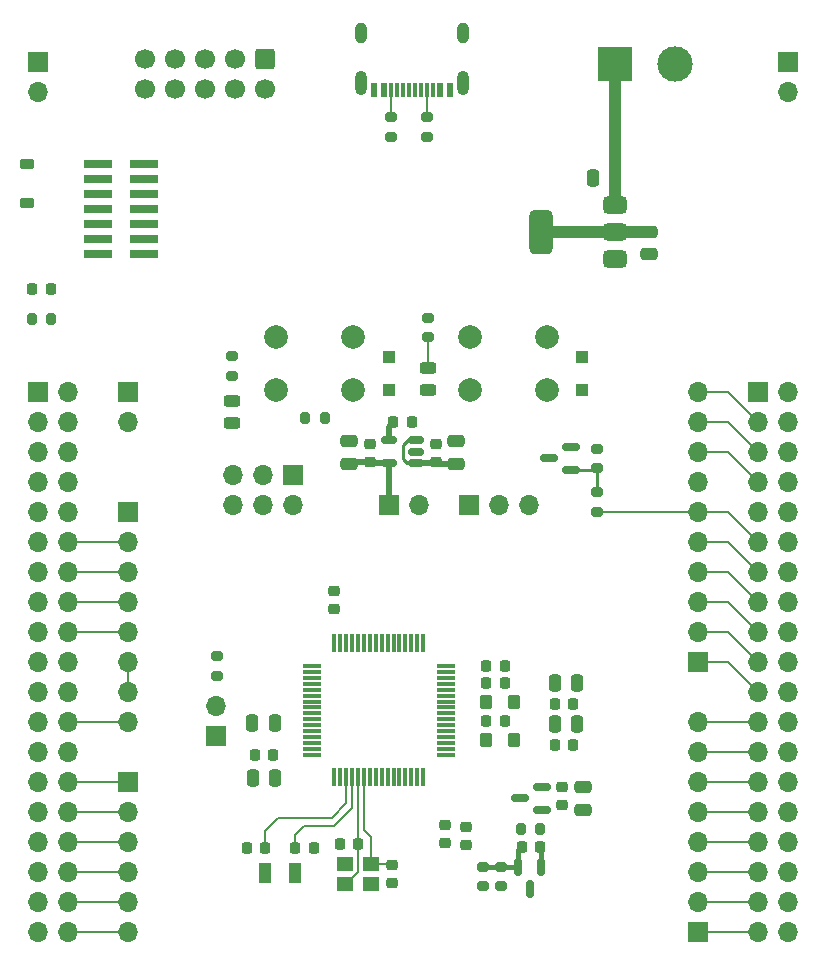
<source format=gbr>
%TF.GenerationSoftware,KiCad,Pcbnew,8.0.4*%
%TF.CreationDate,2024-12-11T23:07:31+07:00*%
%TF.ProjectId,G474-dev-board,47343734-2d64-4657-962d-626f6172642e,rev?*%
%TF.SameCoordinates,Original*%
%TF.FileFunction,Copper,L1,Top*%
%TF.FilePolarity,Positive*%
%FSLAX46Y46*%
G04 Gerber Fmt 4.6, Leading zero omitted, Abs format (unit mm)*
G04 Created by KiCad (PCBNEW 8.0.4) date 2024-12-11 23:07:31*
%MOMM*%
%LPD*%
G01*
G04 APERTURE LIST*
G04 Aperture macros list*
%AMRoundRect*
0 Rectangle with rounded corners*
0 $1 Rounding radius*
0 $2 $3 $4 $5 $6 $7 $8 $9 X,Y pos of 4 corners*
0 Add a 4 corners polygon primitive as box body*
4,1,4,$2,$3,$4,$5,$6,$7,$8,$9,$2,$3,0*
0 Add four circle primitives for the rounded corners*
1,1,$1+$1,$2,$3*
1,1,$1+$1,$4,$5*
1,1,$1+$1,$6,$7*
1,1,$1+$1,$8,$9*
0 Add four rect primitives between the rounded corners*
20,1,$1+$1,$2,$3,$4,$5,0*
20,1,$1+$1,$4,$5,$6,$7,0*
20,1,$1+$1,$6,$7,$8,$9,0*
20,1,$1+$1,$8,$9,$2,$3,0*%
G04 Aperture macros list end*
%TA.AperFunction,SMDPad,CuDef*%
%ADD10RoundRect,0.250000X0.300000X-0.300000X0.300000X0.300000X-0.300000X0.300000X-0.300000X-0.300000X0*%
%TD*%
%TA.AperFunction,ComponentPad*%
%ADD11C,1.700000*%
%TD*%
%TA.AperFunction,ComponentPad*%
%ADD12RoundRect,0.250000X-0.600000X0.600000X-0.600000X-0.600000X0.600000X-0.600000X0.600000X0.600000X0*%
%TD*%
%TA.AperFunction,SMDPad,CuDef*%
%ADD13RoundRect,0.225000X0.375000X-0.225000X0.375000X0.225000X-0.375000X0.225000X-0.375000X-0.225000X0*%
%TD*%
%TA.AperFunction,SMDPad,CuDef*%
%ADD14R,1.000000X1.800000*%
%TD*%
%TA.AperFunction,SMDPad,CuDef*%
%ADD15R,1.400000X1.200000*%
%TD*%
%TA.AperFunction,SMDPad,CuDef*%
%ADD16RoundRect,0.075000X0.075000X-0.700000X0.075000X0.700000X-0.075000X0.700000X-0.075000X-0.700000X0*%
%TD*%
%TA.AperFunction,SMDPad,CuDef*%
%ADD17RoundRect,0.075000X0.700000X-0.075000X0.700000X0.075000X-0.700000X0.075000X-0.700000X-0.075000X0*%
%TD*%
%TA.AperFunction,ComponentPad*%
%ADD18C,2.000000*%
%TD*%
%TA.AperFunction,SMDPad,CuDef*%
%ADD19RoundRect,0.200000X0.200000X0.275000X-0.200000X0.275000X-0.200000X-0.275000X0.200000X-0.275000X0*%
%TD*%
%TA.AperFunction,SMDPad,CuDef*%
%ADD20RoundRect,0.200000X-0.200000X-0.275000X0.200000X-0.275000X0.200000X0.275000X-0.200000X0.275000X0*%
%TD*%
%TA.AperFunction,SMDPad,CuDef*%
%ADD21RoundRect,0.200000X0.275000X-0.200000X0.275000X0.200000X-0.275000X0.200000X-0.275000X-0.200000X0*%
%TD*%
%TA.AperFunction,SMDPad,CuDef*%
%ADD22RoundRect,0.250000X0.275000X0.350000X-0.275000X0.350000X-0.275000X-0.350000X0.275000X-0.350000X0*%
%TD*%
%TA.AperFunction,ComponentPad*%
%ADD23R,1.700000X1.700000*%
%TD*%
%TA.AperFunction,ComponentPad*%
%ADD24O,1.700000X1.700000*%
%TD*%
%TA.AperFunction,SMDPad,CuDef*%
%ADD25R,2.400000X0.740000*%
%TD*%
%TA.AperFunction,SMDPad,CuDef*%
%ADD26RoundRect,0.225000X-0.225000X-0.250000X0.225000X-0.250000X0.225000X0.250000X-0.225000X0.250000X0*%
%TD*%
%TA.AperFunction,SMDPad,CuDef*%
%ADD27RoundRect,0.250000X-0.250000X-0.475000X0.250000X-0.475000X0.250000X0.475000X-0.250000X0.475000X0*%
%TD*%
%TA.AperFunction,SMDPad,CuDef*%
%ADD28RoundRect,0.225000X0.225000X0.250000X-0.225000X0.250000X-0.225000X-0.250000X0.225000X-0.250000X0*%
%TD*%
%TA.AperFunction,SMDPad,CuDef*%
%ADD29RoundRect,0.225000X-0.250000X0.225000X-0.250000X-0.225000X0.250000X-0.225000X0.250000X0.225000X0*%
%TD*%
%TA.AperFunction,SMDPad,CuDef*%
%ADD30RoundRect,0.225000X0.250000X-0.225000X0.250000X0.225000X-0.250000X0.225000X-0.250000X-0.225000X0*%
%TD*%
%TA.AperFunction,SMDPad,CuDef*%
%ADD31RoundRect,0.250000X0.250000X0.475000X-0.250000X0.475000X-0.250000X-0.475000X0.250000X-0.475000X0*%
%TD*%
%TA.AperFunction,SMDPad,CuDef*%
%ADD32RoundRect,0.150000X0.512500X0.150000X-0.512500X0.150000X-0.512500X-0.150000X0.512500X-0.150000X0*%
%TD*%
%TA.AperFunction,SMDPad,CuDef*%
%ADD33RoundRect,0.200000X-0.275000X0.200000X-0.275000X-0.200000X0.275000X-0.200000X0.275000X0.200000X0*%
%TD*%
%TA.AperFunction,SMDPad,CuDef*%
%ADD34RoundRect,0.150000X0.587500X0.150000X-0.587500X0.150000X-0.587500X-0.150000X0.587500X-0.150000X0*%
%TD*%
%TA.AperFunction,SMDPad,CuDef*%
%ADD35RoundRect,0.250000X-0.475000X0.250000X-0.475000X-0.250000X0.475000X-0.250000X0.475000X0.250000X0*%
%TD*%
%TA.AperFunction,ComponentPad*%
%ADD36R,3.000000X3.000000*%
%TD*%
%TA.AperFunction,ComponentPad*%
%ADD37C,3.000000*%
%TD*%
%TA.AperFunction,SMDPad,CuDef*%
%ADD38RoundRect,0.375000X0.625000X0.375000X-0.625000X0.375000X-0.625000X-0.375000X0.625000X-0.375000X0*%
%TD*%
%TA.AperFunction,SMDPad,CuDef*%
%ADD39RoundRect,0.500000X0.500000X1.400000X-0.500000X1.400000X-0.500000X-1.400000X0.500000X-1.400000X0*%
%TD*%
%TA.AperFunction,SMDPad,CuDef*%
%ADD40RoundRect,0.250000X0.475000X-0.250000X0.475000X0.250000X-0.475000X0.250000X-0.475000X-0.250000X0*%
%TD*%
%TA.AperFunction,SMDPad,CuDef*%
%ADD41R,0.600000X1.240000*%
%TD*%
%TA.AperFunction,SMDPad,CuDef*%
%ADD42R,0.300000X1.240000*%
%TD*%
%TA.AperFunction,ComponentPad*%
%ADD43O,1.000000X2.100000*%
%TD*%
%TA.AperFunction,ComponentPad*%
%ADD44O,1.000000X1.800000*%
%TD*%
%TA.AperFunction,SMDPad,CuDef*%
%ADD45RoundRect,0.243750X0.456250X-0.243750X0.456250X0.243750X-0.456250X0.243750X-0.456250X-0.243750X0*%
%TD*%
%TA.AperFunction,SMDPad,CuDef*%
%ADD46RoundRect,0.150000X-0.150000X0.587500X-0.150000X-0.587500X0.150000X-0.587500X0.150000X0.587500X0*%
%TD*%
%TA.AperFunction,Conductor*%
%ADD47C,0.200000*%
%TD*%
%TA.AperFunction,Conductor*%
%ADD48C,0.400000*%
%TD*%
%TA.AperFunction,Conductor*%
%ADD49C,0.250000*%
%TD*%
%TA.AperFunction,Conductor*%
%ADD50C,0.500000*%
%TD*%
%TA.AperFunction,Conductor*%
%ADD51C,1.000000*%
%TD*%
G04 APERTURE END LIST*
D10*
%TO.P,D2,1,K*%
%TO.N,Net-(D2-K)*%
X135102600Y-90261000D03*
%TO.P,D2,2,A*%
%TO.N,GND*%
X135102600Y-87461000D03*
%TD*%
%TO.P,D1,1,K*%
%TO.N,/MCU/NRST*%
X151460200Y-90261000D03*
%TO.P,D1,2,A*%
%TO.N,GND*%
X151460200Y-87461000D03*
%TD*%
D11*
%TO.P,J17,10,Pin_10*%
%TO.N,unconnected-(J17-Pin_10-Pad10)*%
X114503200Y-64770000D03*
%TO.P,J17,9,Pin_9*%
%TO.N,unconnected-(J17-Pin_9-Pad9)*%
X114503200Y-62230000D03*
%TO.P,J17,8,Pin_8*%
%TO.N,unconnected-(J17-Pin_8-Pad8)*%
X117043200Y-64770000D03*
%TO.P,J17,7,Pin_7*%
%TO.N,unconnected-(J17-Pin_7-Pad7)*%
X117043200Y-62230000D03*
%TO.P,J17,6,Pin_6*%
%TO.N,unconnected-(J17-Pin_6-Pad6)*%
X119583200Y-64770000D03*
%TO.P,J17,5,Pin_5*%
%TO.N,unconnected-(J17-Pin_5-Pad5)*%
X119583200Y-62230000D03*
%TO.P,J17,4,Pin_4*%
%TO.N,unconnected-(J17-Pin_4-Pad4)*%
X122123200Y-64770000D03*
%TO.P,J17,3,Pin_3*%
%TO.N,unconnected-(J17-Pin_3-Pad3)*%
X122123200Y-62230000D03*
%TO.P,J17,2,Pin_2*%
%TO.N,unconnected-(J17-Pin_2-Pad2)*%
X124663200Y-64770000D03*
D12*
%TO.P,J17,1,Pin_1*%
%TO.N,unconnected-(J17-Pin_1-Pad1)*%
X124663200Y-62230000D03*
%TD*%
D13*
%TO.P,D6,1,K*%
%TO.N,+5V*%
X104444800Y-74370200D03*
%TO.P,D6,2,A*%
%TO.N,Net-(D6-A)*%
X104444800Y-71070200D03*
%TD*%
D14*
%TO.P,Y2,1,1*%
%TO.N,/MCU/OSC32_OUT*%
X127157800Y-131114800D03*
%TO.P,Y2,2,2*%
%TO.N,/MCU/OSC32_IN*%
X124657800Y-131114800D03*
%TD*%
D15*
%TO.P,Y1,1,1*%
%TO.N,/MCU/OSC_OUT*%
X133614400Y-130366400D03*
%TO.P,Y1,2,2*%
%TO.N,GND*%
X131414400Y-130366400D03*
%TO.P,Y1,3,3*%
%TO.N,/MCU/OSC_IN*%
X131414400Y-132066400D03*
%TO.P,Y1,4,4*%
%TO.N,GND*%
X133614400Y-132066400D03*
%TD*%
D16*
%TO.P,U1,1,VBAT*%
%TO.N,/MCU/VBAT*%
X130514400Y-123023000D03*
%TO.P,U1,2,PC13*%
%TO.N,/MCU/PC13*%
X131014400Y-123023000D03*
%TO.P,U1,3,PC14*%
%TO.N,/MCU/OSC32_IN*%
X131514400Y-123023000D03*
%TO.P,U1,4,PC15*%
%TO.N,/MCU/OSC32_OUT*%
X132014400Y-123023000D03*
%TO.P,U1,5,PF0*%
%TO.N,/MCU/OSC_IN*%
X132514400Y-123023000D03*
%TO.P,U1,6,PF1*%
%TO.N,/MCU/OSC_OUT*%
X133014400Y-123023000D03*
%TO.P,U1,7,PG10*%
%TO.N,/MCU/NRST*%
X133514400Y-123023000D03*
%TO.P,U1,8,PC0*%
%TO.N,/MCU/PC0*%
X134014400Y-123023000D03*
%TO.P,U1,9,PC1*%
%TO.N,/MCU/PC1*%
X134514400Y-123023000D03*
%TO.P,U1,10,PC2*%
%TO.N,/MCU/PC2*%
X135014400Y-123023000D03*
%TO.P,U1,11,PC3*%
%TO.N,/MCU/PC3*%
X135514400Y-123023000D03*
%TO.P,U1,12,PA0*%
%TO.N,/MCU/PA0*%
X136014400Y-123023000D03*
%TO.P,U1,13,PA1*%
%TO.N,/MCU/PA1*%
X136514400Y-123023000D03*
%TO.P,U1,14,PA2*%
%TO.N,/MCU/PA2*%
X137014400Y-123023000D03*
%TO.P,U1,15,VSS*%
%TO.N,GND*%
X137514400Y-123023000D03*
%TO.P,U1,16,VDD*%
%TO.N,+3V3*%
X138014400Y-123023000D03*
D17*
%TO.P,U1,17,PA3*%
%TO.N,/MCU/PA3*%
X139939400Y-121098000D03*
%TO.P,U1,18,PA4*%
%TO.N,/MCU/PA4*%
X139939400Y-120598000D03*
%TO.P,U1,19,PA5*%
%TO.N,/MCU/PA5*%
X139939400Y-120098000D03*
%TO.P,U1,20,PA6*%
%TO.N,/MCU/PA6*%
X139939400Y-119598000D03*
%TO.P,U1,21,PA7*%
%TO.N,/MCU/PA7*%
X139939400Y-119098000D03*
%TO.P,U1,22,PC4*%
%TO.N,/MCU/PC4*%
X139939400Y-118598000D03*
%TO.P,U1,23,PC5*%
%TO.N,/MCU/PC5*%
X139939400Y-118098000D03*
%TO.P,U1,24,PB0*%
%TO.N,/MCU/PB0*%
X139939400Y-117598000D03*
%TO.P,U1,25,PB1*%
%TO.N,/MCU/PB1*%
X139939400Y-117098000D03*
%TO.P,U1,26,PB2*%
%TO.N,/MCU/PB2*%
X139939400Y-116598000D03*
%TO.P,U1,27,VSSA*%
%TO.N,GND*%
X139939400Y-116098000D03*
%TO.P,U1,28,VREF+*%
%TO.N,+VDDREF*%
X139939400Y-115598000D03*
%TO.P,U1,29,VDDA*%
%TO.N,+VDDA*%
X139939400Y-115098000D03*
%TO.P,U1,30,PB10*%
%TO.N,/MCU/PB10*%
X139939400Y-114598000D03*
%TO.P,U1,31,VSS*%
%TO.N,GND*%
X139939400Y-114098000D03*
%TO.P,U1,32,VDD*%
%TO.N,+3V3*%
X139939400Y-113598000D03*
D16*
%TO.P,U1,33,PB11*%
%TO.N,/MCU/PB11*%
X138014400Y-111673000D03*
%TO.P,U1,34,PB12*%
%TO.N,/MCU/PB12*%
X137514400Y-111673000D03*
%TO.P,U1,35,PB13*%
%TO.N,/MCU/PB13*%
X137014400Y-111673000D03*
%TO.P,U1,36,PB14*%
%TO.N,/MCU/PB14*%
X136514400Y-111673000D03*
%TO.P,U1,37,PB15*%
%TO.N,/MCU/PB15*%
X136014400Y-111673000D03*
%TO.P,U1,38,PC6*%
%TO.N,/MCU/PC6*%
X135514400Y-111673000D03*
%TO.P,U1,39,PC7*%
%TO.N,/MCU/PC7*%
X135014400Y-111673000D03*
%TO.P,U1,40,PC8*%
%TO.N,/MCU/PC8*%
X134514400Y-111673000D03*
%TO.P,U1,41,PC9*%
%TO.N,/MCU/PC9*%
X134014400Y-111673000D03*
%TO.P,U1,42,PA8*%
%TO.N,/MCU/PA8*%
X133514400Y-111673000D03*
%TO.P,U1,43,PA9*%
%TO.N,/MCU/PA9*%
X133014400Y-111673000D03*
%TO.P,U1,44,PA10*%
%TO.N,/MCU/PA10*%
X132514400Y-111673000D03*
%TO.P,U1,45,PA11*%
%TO.N,/MCU/PA11*%
X132014400Y-111673000D03*
%TO.P,U1,46,PA12*%
%TO.N,/MCU/PA12*%
X131514400Y-111673000D03*
%TO.P,U1,47,VSS*%
%TO.N,GND*%
X131014400Y-111673000D03*
%TO.P,U1,48,VDD*%
%TO.N,+3V3*%
X130514400Y-111673000D03*
D17*
%TO.P,U1,49,PA13*%
%TO.N,/MCU/PA13*%
X128589400Y-113598000D03*
%TO.P,U1,50,PA14*%
%TO.N,/MCU/PA14*%
X128589400Y-114098000D03*
%TO.P,U1,51,PA15*%
%TO.N,/MCU/PA15*%
X128589400Y-114598000D03*
%TO.P,U1,52,PC10*%
%TO.N,/MCU/PC10*%
X128589400Y-115098000D03*
%TO.P,U1,53,PC11*%
%TO.N,/MCU/PC11*%
X128589400Y-115598000D03*
%TO.P,U1,54,PC12*%
%TO.N,/MCU/PC12*%
X128589400Y-116098000D03*
%TO.P,U1,55,PD2*%
%TO.N,/MCU/PD2*%
X128589400Y-116598000D03*
%TO.P,U1,56,PB3*%
%TO.N,/MCU/PB3*%
X128589400Y-117098000D03*
%TO.P,U1,57,PB4*%
%TO.N,/MCU/PB4*%
X128589400Y-117598000D03*
%TO.P,U1,58,PB5*%
%TO.N,/MCU/PB5*%
X128589400Y-118098000D03*
%TO.P,U1,59,PB6*%
%TO.N,/MCU/PB6*%
X128589400Y-118598000D03*
%TO.P,U1,60,PB7*%
%TO.N,/MCU/PB7*%
X128589400Y-119098000D03*
%TO.P,U1,61,PB8*%
%TO.N,/MCU/PB8*%
X128589400Y-119598000D03*
%TO.P,U1,62,PB9*%
%TO.N,/MCU/PB9*%
X128589400Y-120098000D03*
%TO.P,U1,63,VSS*%
%TO.N,GND*%
X128589400Y-120598000D03*
%TO.P,U1,64,VDD*%
%TO.N,+3V3*%
X128589400Y-121098000D03*
%TD*%
D18*
%TO.P,SW2,2,2*%
%TO.N,+3V3*%
X125553400Y-85761000D03*
X132053400Y-85761000D03*
%TO.P,SW2,1,1*%
%TO.N,Net-(D2-K)*%
X125553400Y-90261000D03*
X132053400Y-90261000D03*
%TD*%
%TO.P,SW1,1,1*%
%TO.N,/MCU/NRST*%
X148512600Y-90261000D03*
X142012600Y-90261000D03*
%TO.P,SW1,2,2*%
%TO.N,GND*%
X148512600Y-85761000D03*
X142012600Y-85761000D03*
%TD*%
D19*
%TO.P,R6,1*%
%TO.N,Net-(D2-K)*%
X129704600Y-92557600D03*
%TO.P,R6,2*%
%TO.N,GND*%
X128054600Y-92557600D03*
%TD*%
D20*
%TO.P,R5,1*%
%TO.N,/MCU/BTN_USER*%
X104889800Y-84196400D03*
%TO.P,R5,2*%
%TO.N,Net-(D2-K)*%
X106539800Y-84196400D03*
%TD*%
D21*
%TO.P,R4,1*%
%TO.N,/MCU/BOOT*%
X120548400Y-114401600D03*
%TO.P,R4,2*%
%TO.N,GND*%
X120548400Y-112751600D03*
%TD*%
D22*
%TO.P,L2,1*%
%TO.N,+3V3*%
X145683000Y-116662200D03*
%TO.P,L2,2*%
%TO.N,+VDDA*%
X143383000Y-116662200D03*
%TD*%
%TO.P,L1,1*%
%TO.N,Net-(J16-Pin_2)*%
X145683000Y-119862600D03*
%TO.P,L1,2*%
%TO.N,+VDDREF*%
X143383000Y-119862600D03*
%TD*%
D23*
%TO.P,J16,1,Pin_1*%
%TO.N,+VREF*%
X141909800Y-99974400D03*
D24*
%TO.P,J16,2,Pin_2*%
%TO.N,Net-(J16-Pin_2)*%
X144449800Y-99974400D03*
%TO.P,J16,3,Pin_3*%
%TO.N,+3V3*%
X146989800Y-99974400D03*
%TD*%
D23*
%TO.P,J8,1,Pin_1*%
%TO.N,unconnected-(J8-Pin_1-Pad1)*%
X113003800Y-90388600D03*
D24*
%TO.P,J8,2,Pin_2*%
%TO.N,unconnected-(J8-Pin_2-Pad2)*%
X113003800Y-92928600D03*
%TD*%
D25*
%TO.P,J2,1,Pin_1*%
%TO.N,Net-(D6-A)*%
X110521200Y-71120000D03*
%TO.P,J2,2,Pin_2*%
%TO.N,GND*%
X114421200Y-71120000D03*
%TO.P,J2,3,Pin_3*%
%TO.N,+3V3*%
X110521200Y-72390000D03*
%TO.P,J2,4,Pin_4*%
%TO.N,/MCU/SWDIO*%
X114421200Y-72390000D03*
%TO.P,J2,5,Pin_5*%
%TO.N,GND*%
X110521200Y-73660000D03*
%TO.P,J2,6,Pin_6*%
%TO.N,/MCU/SWCLK*%
X114421200Y-73660000D03*
%TO.P,J2,7,Pin_7*%
%TO.N,GND*%
X110521200Y-74930000D03*
%TO.P,J2,8,Pin_8*%
%TO.N,unconnected-(J2-Pin_8-Pad8)*%
X114421200Y-74930000D03*
%TO.P,J2,9,Pin_9*%
%TO.N,unconnected-(J2-Pin_9-Pad9)*%
X110521200Y-76200000D03*
%TO.P,J2,10,Pin_10*%
%TO.N,unconnected-(J2-Pin_10-Pad10)*%
X114421200Y-76200000D03*
%TO.P,J2,11,Pin_11*%
%TO.N,unconnected-(J2-Pin_11-Pad11)*%
X110521200Y-77470000D03*
%TO.P,J2,12,Pin_12*%
%TO.N,/MCU/NRST*%
X114421200Y-77470000D03*
%TO.P,J2,13,Pin_13*%
%TO.N,unconnected-(J2-Pin_13-Pad13)*%
X110521200Y-78740000D03*
%TO.P,J2,14,Pin_14*%
%TO.N,unconnected-(J2-Pin_14-Pad14)*%
X114421200Y-78740000D03*
%TD*%
D23*
%TO.P,J1,1,Pin_1*%
%TO.N,/MCU/PB8*%
X120472200Y-119532400D03*
D24*
%TO.P,J1,2,Pin_2*%
%TO.N,/MCU/BOOT*%
X120472200Y-116992400D03*
%TD*%
D26*
%TO.P,C21,2*%
%TO.N,GND*%
X144933000Y-115062000D03*
%TO.P,C21,1*%
%TO.N,+VDDA*%
X143383000Y-115062000D03*
%TD*%
%TO.P,C19,1*%
%TO.N,+VDDREF*%
X143383000Y-118262400D03*
%TO.P,C19,2*%
%TO.N,GND*%
X144933000Y-118262400D03*
%TD*%
D27*
%TO.P,C16,1*%
%TO.N,+VDDA*%
X149148800Y-115036600D03*
%TO.P,C16,2*%
%TO.N,GND*%
X151048800Y-115036600D03*
%TD*%
%TO.P,C15,2*%
%TO.N,GND*%
X151048800Y-118541800D03*
%TO.P,C15,1*%
%TO.N,+VDDREF*%
X149148800Y-118541800D03*
%TD*%
D26*
%TO.P,C14,2*%
%TO.N,GND*%
X150698800Y-116789200D03*
%TO.P,C14,1*%
%TO.N,+3V3*%
X149148800Y-116789200D03*
%TD*%
%TO.P,C13,2*%
%TO.N,GND*%
X150698800Y-120269000D03*
%TO.P,C13,1*%
%TO.N,Net-(J16-Pin_2)*%
X149148800Y-120269000D03*
%TD*%
%TO.P,C12,1*%
%TO.N,+3V3*%
X143383000Y-113563400D03*
%TO.P,C12,2*%
%TO.N,GND*%
X144933000Y-113563400D03*
%TD*%
D28*
%TO.P,C11,1*%
%TO.N,+3V3*%
X125311200Y-121107200D03*
%TO.P,C11,2*%
%TO.N,GND*%
X123761200Y-121107200D03*
%TD*%
D29*
%TO.P,C10,1*%
%TO.N,/MCU/NRST*%
X139852400Y-127037800D03*
%TO.P,C10,2*%
%TO.N,GND*%
X139852400Y-128587800D03*
%TD*%
%TO.P,C9,1*%
%TO.N,+3V3*%
X141655800Y-127190200D03*
%TO.P,C9,2*%
%TO.N,GND*%
X141655800Y-128740200D03*
%TD*%
D26*
%TO.P,C8,1*%
%TO.N,/MCU/BTN_USER*%
X104939800Y-81686400D03*
%TO.P,C8,2*%
%TO.N,GND*%
X106489800Y-81686400D03*
%TD*%
D30*
%TO.P,C7,1*%
%TO.N,+3V3*%
X130479800Y-108762800D03*
%TO.P,C7,2*%
%TO.N,GND*%
X130479800Y-107212800D03*
%TD*%
D31*
%TO.P,C6,1*%
%TO.N,+3V3*%
X125460800Y-118389400D03*
%TO.P,C6,2*%
%TO.N,GND*%
X123560800Y-118389400D03*
%TD*%
%TO.P,C5,1*%
%TO.N,/MCU/VBAT*%
X125511600Y-123037600D03*
%TO.P,C5,2*%
%TO.N,GND*%
X123611600Y-123037600D03*
%TD*%
D28*
%TO.P,C4,1*%
%TO.N,GND*%
X128740200Y-128981200D03*
%TO.P,C4,2*%
%TO.N,/MCU/OSC32_OUT*%
X127190200Y-128981200D03*
%TD*%
D26*
%TO.P,C3,1*%
%TO.N,GND*%
X123113800Y-129032000D03*
%TO.P,C3,2*%
%TO.N,/MCU/OSC32_IN*%
X124663800Y-129032000D03*
%TD*%
D30*
%TO.P,C2,1*%
%TO.N,GND*%
X135407400Y-131991400D03*
%TO.P,C2,2*%
%TO.N,/MCU/OSC_OUT*%
X135407400Y-130441400D03*
%TD*%
D26*
%TO.P,C1,1*%
%TO.N,GND*%
X130964400Y-128625600D03*
%TO.P,C1,2*%
%TO.N,/MCU/OSC_IN*%
X132514400Y-128625600D03*
%TD*%
D30*
%TO.P,C25,1*%
%TO.N,Net-(J11-Pin_1)*%
X133489049Y-96305500D03*
%TO.P,C25,2*%
%TO.N,GND*%
X133489049Y-94755500D03*
%TD*%
%TO.P,C23,1*%
%TO.N,+5V*%
X139077049Y-96305500D03*
%TO.P,C23,2*%
%TO.N,GND*%
X139077049Y-94755500D03*
%TD*%
D32*
%TO.P,U3,1,IN*%
%TO.N,+5V*%
X137415049Y-96393000D03*
%TO.P,U3,2,GND*%
%TO.N,GND*%
X137415049Y-95443000D03*
%TO.P,U3,3,EN*%
%TO.N,+5V*%
X137415049Y-94493000D03*
%TO.P,U3,4,BP*%
%TO.N,Net-(U3-BP)*%
X135140049Y-94493000D03*
%TO.P,U3,5,OUT*%
%TO.N,Net-(J11-Pin_1)*%
X135140049Y-96393000D03*
%TD*%
D33*
%TO.P,R10,1*%
%TO.N,Net-(J10-CC1)*%
X138331800Y-67120000D03*
%TO.P,R10,2*%
%TO.N,GND*%
X138331800Y-68770000D03*
%TD*%
%TO.P,R3,1*%
%TO.N,Net-(JP3-A)*%
X144576800Y-130606800D03*
%TO.P,R3,2*%
%TO.N,Net-(JP2-B)*%
X144576800Y-132256800D03*
%TD*%
D21*
%TO.P,R9,1*%
%TO.N,Net-(D3-A)*%
X138430000Y-85761000D03*
%TO.P,R9,2*%
%TO.N,+3V3*%
X138430000Y-84111000D03*
%TD*%
D24*
%TO.P,J9,38,Pin_38*%
%TO.N,/IO/PC0*%
X107948800Y-136108600D03*
%TO.P,J9,37,Pin_37*%
%TO.N,/IO/PC3*%
X105408800Y-136108600D03*
%TO.P,J9,36,Pin_36*%
%TO.N,/IO/PC1*%
X107948800Y-133568600D03*
%TO.P,J9,35,Pin_35*%
%TO.N,/IO/PC2*%
X105408800Y-133568600D03*
%TO.P,J9,34,Pin_34*%
%TO.N,/IO/PB0*%
X107948800Y-131028600D03*
%TO.P,J9,33,Pin_33*%
%TO.N,/IO/VBAT*%
X105408800Y-131028600D03*
%TO.P,J9,32,Pin_32*%
%TO.N,/IO/PA4*%
X107948800Y-128488600D03*
%TO.P,J9,31,Pin_31*%
%TO.N,/IO/PF1*%
X105408800Y-128488600D03*
%TO.P,J9,30,Pin_30*%
%TO.N,/IO/PA1*%
X107948800Y-125948600D03*
%TO.P,J9,29,Pin_29*%
%TO.N,/IO/PF0*%
X105408800Y-125948600D03*
%TO.P,J9,28,Pin_28*%
%TO.N,/IO/PA0*%
X107948800Y-123408600D03*
%TO.P,J9,27,Pin_27*%
%TO.N,/IO/PC15*%
X105408800Y-123408600D03*
%TO.P,J9,26,Pin_26*%
%TO.N,unconnected-(J9-Pin_26-Pad26)*%
X107948800Y-120868600D03*
%TO.P,J9,25,Pin_25*%
%TO.N,/IO/PC14*%
X105408800Y-120868600D03*
%TO.P,J9,24,Pin_24*%
%TO.N,Net-(J3-Pin_8)*%
X107948800Y-118328600D03*
%TO.P,J9,23,Pin_23*%
%TO.N,/IO/PC13*%
X105408800Y-118328600D03*
%TO.P,J9,22,Pin_22*%
%TO.N,GND*%
X107948800Y-115788600D03*
%TO.P,J9,21,Pin_21*%
%TO.N,/IO/PB7*%
X105408800Y-115788600D03*
%TO.P,J9,20,Pin_20*%
%TO.N,GND*%
X107948800Y-113248600D03*
%TO.P,J9,19,Pin_19*%
X105408800Y-113248600D03*
%TO.P,J9,18,Pin_18*%
%TO.N,Net-(J3-Pin_5)*%
X107948800Y-110708600D03*
%TO.P,J9,17,Pin_17*%
%TO.N,/IO/PA15*%
X105408800Y-110708600D03*
%TO.P,J9,16,Pin_16*%
%TO.N,Net-(J3-Pin_4)*%
X107948800Y-108168600D03*
%TO.P,J9,15,Pin_15*%
%TO.N,/IO/PA14*%
X105408800Y-108168600D03*
%TO.P,J9,14,Pin_14*%
%TO.N,/IO/NRST*%
X107948800Y-105628600D03*
%TO.P,J9,13,Pin_13*%
%TO.N,/IO/PA13*%
X105408800Y-105628600D03*
%TO.P,J9,12,Pin_12*%
%TO.N,Net-(J3-Pin_2)*%
X107948800Y-103088600D03*
%TO.P,J9,11,Pin_11*%
%TO.N,unconnected-(J9-Pin_11-Pad11)*%
X105408800Y-103088600D03*
%TO.P,J9,10,Pin_10*%
%TO.N,unconnected-(J9-Pin_10-Pad10)*%
X107948800Y-100548600D03*
%TO.P,J9,9,Pin_9*%
%TO.N,unconnected-(J9-Pin_9-Pad9)*%
X105408800Y-100548600D03*
%TO.P,J9,8,Pin_8*%
%TO.N,GND*%
X107948800Y-98008600D03*
%TO.P,J9,7,Pin_7*%
%TO.N,/IO/BOOT*%
X105408800Y-98008600D03*
%TO.P,J9,6,Pin_6*%
%TO.N,+5V_EXT*%
X107948800Y-95468600D03*
%TO.P,J9,5,Pin_5*%
%TO.N,unconnected-(J9-Pin_5-Pad5)*%
X105408800Y-95468600D03*
%TO.P,J9,4,Pin_4*%
%TO.N,/IO/PD2*%
X107948800Y-92928600D03*
%TO.P,J9,3,Pin_3*%
%TO.N,/IO/PC12*%
X105408800Y-92928600D03*
%TO.P,J9,2,Pin_2*%
%TO.N,/IO/PC11*%
X107948800Y-90388600D03*
D23*
%TO.P,J9,1,Pin_1*%
%TO.N,/IO/PC0*%
X105408800Y-90388600D03*
%TD*%
D34*
%TO.P,Q2,1,B*%
%TO.N,Net-(Q2-B)*%
X150518100Y-96962000D03*
%TO.P,Q2,2,E*%
%TO.N,GND*%
X150518100Y-95062000D03*
%TO.P,Q2,3,C*%
%TO.N,Net-(D3-K)*%
X148643100Y-96012000D03*
%TD*%
D30*
%TO.P,C18,1*%
%TO.N,GND*%
X149809200Y-125390200D03*
%TO.P,C18,2*%
%TO.N,+VREF*%
X149809200Y-123840200D03*
%TD*%
D23*
%TO.P,J7,1,Pin_1*%
%TO.N,/IO/PC9*%
X166368800Y-90388600D03*
D24*
%TO.P,J7,2,Pin_2*%
%TO.N,/IO/PC8*%
X168908800Y-90388600D03*
%TO.P,J7,3,Pin_3*%
%TO.N,Net-(J6-Pin_10)*%
X166368800Y-92928600D03*
%TO.P,J7,4,Pin_4*%
%TO.N,/IO/PC6*%
X168908800Y-92928600D03*
%TO.P,J7,5,Pin_5*%
%TO.N,/IO/PB9*%
X166368800Y-95468600D03*
%TO.P,J7,6,Pin_6*%
%TO.N,/IO/PC5*%
X168908800Y-95468600D03*
%TO.P,J7,7,Pin_7*%
%TO.N,+VDDREF*%
X166368800Y-98008600D03*
%TO.P,J7,8,Pin_8*%
%TO.N,unconnected-(J7-Pin_8-Pad8)*%
X168908800Y-98008600D03*
%TO.P,J7,9,Pin_9*%
%TO.N,GND*%
X166368800Y-100548600D03*
%TO.P,J7,10,Pin_10*%
%TO.N,unconnected-(J7-Pin_10-Pad10)*%
X168908800Y-100548600D03*
%TO.P,J7,11,Pin_11*%
%TO.N,/IO/PA5*%
X166368800Y-103088600D03*
%TO.P,J7,12,Pin_12*%
%TO.N,/IO/PA12*%
X168908800Y-103088600D03*
%TO.P,J7,13,Pin_13*%
%TO.N,/IO/PA6*%
X166368800Y-105628600D03*
%TO.P,J7,14,Pin_14*%
%TO.N,/IO/PA11*%
X168908800Y-105628600D03*
%TO.P,J7,15,Pin_15*%
%TO.N,/IO/PA7*%
X166368800Y-108168600D03*
%TO.P,J7,16,Pin_16*%
%TO.N,/IO/PB12*%
X168908800Y-108168600D03*
%TO.P,J7,17,Pin_17*%
%TO.N,/IO/PB6*%
X166368800Y-110708600D03*
%TO.P,J7,18,Pin_18*%
%TO.N,/IO/PB11*%
X168908800Y-110708600D03*
%TO.P,J7,19,Pin_19*%
%TO.N,/IO/PC7*%
X166368800Y-113248600D03*
%TO.P,J7,20,Pin_20*%
%TO.N,GND*%
X168908800Y-113248600D03*
%TO.P,J7,21,Pin_21*%
%TO.N,/IO/PA9*%
X166368800Y-115788600D03*
%TO.P,J7,22,Pin_22*%
%TO.N,/IO/PB2*%
X168908800Y-115788600D03*
%TO.P,J7,23,Pin_23*%
%TO.N,/IO/PA8*%
X166368800Y-118328600D03*
%TO.P,J7,24,Pin_24*%
%TO.N,/IO/PB1*%
X168908800Y-118328600D03*
%TO.P,J7,25,Pin_25*%
%TO.N,/IO/PB10*%
X166368800Y-120868600D03*
%TO.P,J7,26,Pin_26*%
%TO.N,/IO/PB15*%
X168908800Y-120868600D03*
%TO.P,J7,27,Pin_27*%
%TO.N,/IO/PB4*%
X166368800Y-123408600D03*
%TO.P,J7,28,Pin_28*%
%TO.N,/IO/PB14*%
X168908800Y-123408600D03*
%TO.P,J7,29,Pin_29*%
%TO.N,/IO/PB5*%
X166368800Y-125948600D03*
%TO.P,J7,30,Pin_30*%
%TO.N,/IO/PB13*%
X168908800Y-125948600D03*
%TO.P,J7,31,Pin_31*%
%TO.N,/IO/PB3*%
X166368800Y-128488600D03*
%TO.P,J7,32,Pin_32*%
%TO.N,GND*%
X168908800Y-128488600D03*
%TO.P,J7,33,Pin_33*%
%TO.N,/IO/PA10*%
X166368800Y-131028600D03*
%TO.P,J7,34,Pin_34*%
%TO.N,/IO/PC4*%
X168908800Y-131028600D03*
%TO.P,J7,35,Pin_35*%
%TO.N,Net-(J5-Pin_2)*%
X166368800Y-133568600D03*
%TO.P,J7,36,Pin_36*%
%TO.N,unconnected-(J7-Pin_36-Pad36)*%
X168908800Y-133568600D03*
%TO.P,J7,37,Pin_37*%
%TO.N,Net-(J5-Pin_1)*%
X166368800Y-136108600D03*
%TO.P,J7,38,Pin_38*%
%TO.N,unconnected-(J7-Pin_38-Pad38)*%
X168908800Y-136108600D03*
%TD*%
D33*
%TO.P,R11,1*%
%TO.N,Net-(J10-CC2)*%
X135331800Y-67120000D03*
%TO.P,R11,2*%
%TO.N,GND*%
X135331800Y-68770000D03*
%TD*%
D23*
%TO.P,J14,1,Pin_1*%
%TO.N,GND*%
X105408800Y-62448600D03*
D24*
%TO.P,J14,2,Pin_2*%
X105408800Y-64988600D03*
%TD*%
D26*
%TO.P,C26,1*%
%TO.N,Net-(U3-BP)*%
X135502549Y-92965100D03*
%TO.P,C26,2*%
%TO.N,GND*%
X137052549Y-92965100D03*
%TD*%
D35*
%TO.P,C20,1*%
%TO.N,+VREF*%
X151587200Y-123840200D03*
%TO.P,C20,2*%
%TO.N,GND*%
X151587200Y-125740200D03*
%TD*%
D21*
%TO.P,R8,1*%
%TO.N,/IO/PA5*%
X152730200Y-100548600D03*
%TO.P,R8,2*%
%TO.N,Net-(Q2-B)*%
X152730200Y-98898600D03*
%TD*%
%TO.P,R2,1*%
%TO.N,+VREF*%
X143078200Y-132256800D03*
%TO.P,R2,2*%
%TO.N,Net-(JP3-A)*%
X143078200Y-130606800D03*
%TD*%
D35*
%TO.P,C28,1*%
%TO.N,+5V_VIN*%
X157175200Y-76849000D03*
%TO.P,C28,2*%
%TO.N,GND*%
X157175200Y-78749000D03*
%TD*%
D36*
%TO.P,J12,1,Pin_1*%
%TO.N,+VIN*%
X154279600Y-62611000D03*
D37*
%TO.P,J12,2,Pin_2*%
%TO.N,GND*%
X159359600Y-62611000D03*
%TD*%
D20*
%TO.P,R1,1*%
%TO.N,+5V*%
X146304200Y-127355600D03*
%TO.P,R1,2*%
%TO.N,Net-(Q1-B)*%
X147954200Y-127355600D03*
%TD*%
D28*
%TO.P,C17,1*%
%TO.N,Net-(Q1-B)*%
X147904200Y-128879600D03*
%TO.P,C17,2*%
%TO.N,Net-(JP3-A)*%
X146354200Y-128879600D03*
%TD*%
D31*
%TO.P,C27,1*%
%TO.N,+VIN*%
X154279600Y-72263700D03*
%TO.P,C27,2*%
%TO.N,GND*%
X152379600Y-72263700D03*
%TD*%
D23*
%TO.P,J5,1,Pin_1*%
%TO.N,Net-(J5-Pin_1)*%
X161288800Y-136108600D03*
D24*
%TO.P,J5,2,Pin_2*%
%TO.N,Net-(J5-Pin_2)*%
X161288800Y-133568600D03*
%TO.P,J5,3,Pin_3*%
%TO.N,/IO/PA10*%
X161288800Y-131028600D03*
%TO.P,J5,4,Pin_4*%
%TO.N,/IO/PB3*%
X161288800Y-128488600D03*
%TO.P,J5,5,Pin_5*%
%TO.N,/IO/PB5*%
X161288800Y-125948600D03*
%TO.P,J5,6,Pin_6*%
%TO.N,/IO/PB4*%
X161288800Y-123408600D03*
%TO.P,J5,7,Pin_7*%
%TO.N,/IO/PB10*%
X161288800Y-120868600D03*
%TO.P,J5,8,Pin_8*%
%TO.N,/IO/PA8*%
X161288800Y-118328600D03*
%TD*%
D34*
%TO.P,Q1,1,B*%
%TO.N,Net-(Q1-B)*%
X148066700Y-125740200D03*
%TO.P,Q1,2,E*%
%TO.N,+VREF*%
X148066700Y-123840200D03*
%TO.P,Q1,3,C*%
%TO.N,+5V*%
X146191700Y-124790200D03*
%TD*%
D23*
%TO.P,J11,1,Pin_1*%
%TO.N,Net-(J11-Pin_1)*%
X135153400Y-99974400D03*
D24*
%TO.P,J11,2,Pin_2*%
%TO.N,+3V3*%
X137693400Y-99974400D03*
%TD*%
D38*
%TO.P,U4,1,GND*%
%TO.N,GND*%
X154279600Y-79149000D03*
%TO.P,U4,2,VO*%
%TO.N,+5V_VIN*%
X154279600Y-76849000D03*
D39*
X147979600Y-76849000D03*
D38*
%TO.P,U4,3,VI*%
%TO.N,+VIN*%
X154279600Y-74549000D03*
%TD*%
D40*
%TO.P,C24,1*%
%TO.N,Net-(J11-Pin_1)*%
X131761849Y-96480500D03*
%TO.P,C24,2*%
%TO.N,GND*%
X131761849Y-94580500D03*
%TD*%
D33*
%TO.P,R12,1*%
%TO.N,+5V*%
X121869200Y-87363800D03*
%TO.P,R12,2*%
%TO.N,Net-(D4-A)*%
X121869200Y-89013800D03*
%TD*%
D21*
%TO.P,R7,1*%
%TO.N,Net-(Q2-B)*%
X152730200Y-96837000D03*
%TO.P,R7,2*%
%TO.N,GND*%
X152730200Y-95187000D03*
%TD*%
D23*
%TO.P,J15,1,Pin_1*%
%TO.N,GND*%
X168908800Y-62448600D03*
D24*
%TO.P,J15,2,Pin_2*%
X168908800Y-64988600D03*
%TD*%
D23*
%TO.P,J4,1,Pin_1*%
%TO.N,/IO/PA0*%
X113028800Y-123408600D03*
D24*
%TO.P,J4,2,Pin_2*%
%TO.N,/IO/PA1*%
X113028800Y-125948600D03*
%TO.P,J4,3,Pin_3*%
%TO.N,/IO/PA4*%
X113028800Y-128488600D03*
%TO.P,J4,4,Pin_4*%
%TO.N,/IO/PB0*%
X113028800Y-131028600D03*
%TO.P,J4,5,Pin_5*%
%TO.N,/IO/PC1*%
X113028800Y-133568600D03*
%TO.P,J4,6,Pin_6*%
%TO.N,/IO/PC0*%
X113028800Y-136108600D03*
%TD*%
D23*
%TO.P,J3,1,Pin_1*%
%TO.N,unconnected-(J3-Pin_1-Pad1)*%
X113028800Y-100548600D03*
D24*
%TO.P,J3,2,Pin_2*%
%TO.N,Net-(J3-Pin_2)*%
X113028800Y-103088600D03*
%TO.P,J3,3,Pin_3*%
%TO.N,/IO/NRST*%
X113028800Y-105628600D03*
%TO.P,J3,4,Pin_4*%
%TO.N,Net-(J3-Pin_4)*%
X113028800Y-108168600D03*
%TO.P,J3,5,Pin_5*%
%TO.N,Net-(J3-Pin_5)*%
X113028800Y-110708600D03*
%TO.P,J3,6,Pin_6*%
%TO.N,GND*%
X113028800Y-113248600D03*
%TO.P,J3,7,Pin_7*%
X113028800Y-115788600D03*
%TO.P,J3,8,Pin_8*%
%TO.N,Net-(J3-Pin_8)*%
X113028800Y-118328600D03*
%TD*%
D41*
%TO.P,J10,A1,GND*%
%TO.N,GND*%
X140281800Y-64836600D03*
%TO.P,J10,A4,VBUS*%
%TO.N,+5V_USB_IN*%
X139481800Y-64836600D03*
D42*
%TO.P,J10,A5,CC1*%
%TO.N,Net-(J10-CC1)*%
X138331800Y-64836600D03*
%TO.P,J10,A6,D+*%
%TO.N,unconnected-(J10-D+-PadA6)*%
X137331800Y-64836600D03*
%TO.P,J10,A7,D-*%
%TO.N,unconnected-(J10-D--PadA7)*%
X136831800Y-64836600D03*
%TO.P,J10,A8,SBU1*%
%TO.N,unconnected-(J10-SBU1-PadA8)*%
X135831800Y-64836600D03*
D41*
%TO.P,J10,A9,VBUS*%
%TO.N,+5V_USB_IN*%
X134681800Y-64836600D03*
%TO.P,J10,A12,GND*%
%TO.N,GND*%
X133881800Y-64836600D03*
%TO.P,J10,B1,GND*%
X133881800Y-64836600D03*
%TO.P,J10,B4,VBUS*%
%TO.N,+5V_USB_IN*%
X134681800Y-64836600D03*
D42*
%TO.P,J10,B5,CC2*%
%TO.N,Net-(J10-CC2)*%
X135331800Y-64836600D03*
%TO.P,J10,B6,D+*%
%TO.N,unconnected-(J10-D+-PadB6)*%
X136331800Y-64836600D03*
%TO.P,J10,B7,D-*%
%TO.N,unconnected-(J10-D--PadB7)*%
X137831800Y-64836600D03*
%TO.P,J10,B8,SBU2*%
%TO.N,unconnected-(J10-SBU2-PadB8)*%
X138831800Y-64836600D03*
D41*
%TO.P,J10,B9,VBUS*%
%TO.N,+5V_USB_IN*%
X139481800Y-64836600D03*
%TO.P,J10,B12,GND*%
%TO.N,GND*%
X140281800Y-64836600D03*
D43*
%TO.P,J10,S1,SHIELD*%
%TO.N,unconnected-(J10-SHIELD-PadS1)*%
X141401800Y-64236600D03*
D44*
X141401800Y-60036600D03*
D43*
X132761800Y-64236600D03*
D44*
X132761800Y-60036600D03*
%TD*%
D45*
%TO.P,D3,1,K*%
%TO.N,Net-(D3-K)*%
X138430000Y-90261000D03*
%TO.P,D3,2,A*%
%TO.N,Net-(D3-A)*%
X138430000Y-88386000D03*
%TD*%
%TO.P,D4,1,K*%
%TO.N,GND*%
X121869200Y-92987100D03*
%TO.P,D4,2,A*%
%TO.N,Net-(D4-A)*%
X121869200Y-91112100D03*
%TD*%
D23*
%TO.P,J6,1,Pin_1*%
%TO.N,/IO/PA9*%
X161288800Y-113248600D03*
D24*
%TO.P,J6,2,Pin_2*%
%TO.N,/IO/PC7*%
X161288800Y-110708600D03*
%TO.P,J6,3,Pin_3*%
%TO.N,/IO/PB6*%
X161288800Y-108168600D03*
%TO.P,J6,4,Pin_4*%
%TO.N,/IO/PA7*%
X161288800Y-105628600D03*
%TO.P,J6,5,Pin_5*%
%TO.N,/IO/PA6*%
X161288800Y-103088600D03*
%TO.P,J6,6,Pin_6*%
%TO.N,/IO/PA5*%
X161288800Y-100548600D03*
%TO.P,J6,7,Pin_7*%
%TO.N,GND*%
X161288800Y-98008600D03*
%TO.P,J6,8,Pin_8*%
%TO.N,+VDDREF*%
X161288800Y-95468600D03*
%TO.P,J6,9,Pin_9*%
%TO.N,/IO/PB9*%
X161288800Y-92928600D03*
%TO.P,J6,10,Pin_10*%
%TO.N,Net-(J6-Pin_10)*%
X161288800Y-90388600D03*
%TD*%
D40*
%TO.P,C22,1*%
%TO.N,+5V*%
X140804249Y-96480500D03*
%TO.P,C22,2*%
%TO.N,GND*%
X140804249Y-94580500D03*
%TD*%
D46*
%TO.P,U2,1,K*%
%TO.N,Net-(Q1-B)*%
X147991700Y-130606800D03*
%TO.P,U2,2,REF*%
%TO.N,Net-(JP3-A)*%
X146091700Y-130606800D03*
%TO.P,U2,3,A*%
%TO.N,GND*%
X147041700Y-132481800D03*
%TD*%
D23*
%TO.P,J13,1,Pin_1*%
%TO.N,+5V_VIN*%
X126985000Y-97459800D03*
D24*
%TO.P,J13,2,Pin_2*%
%TO.N,+5V*%
X126985000Y-99999800D03*
%TO.P,J13,3,Pin_3*%
%TO.N,+5V_USB_IN*%
X124445000Y-97459800D03*
%TO.P,J13,4,Pin_4*%
%TO.N,+5V*%
X124445000Y-99999800D03*
%TO.P,J13,5,Pin_5*%
%TO.N,+5V_EXT*%
X121905000Y-97459800D03*
%TO.P,J13,6,Pin_6*%
%TO.N,+5V*%
X121905000Y-99999800D03*
%TD*%
D47*
%TO.N,Net-(J10-CC1)*%
X138331800Y-64836600D02*
X138331800Y-67120000D01*
%TO.N,Net-(J10-CC2)*%
X135331800Y-64836600D02*
X135331800Y-67120000D01*
%TO.N,/MCU/OSC32_IN*%
X124663800Y-127558200D02*
X124663800Y-129032000D01*
X125755400Y-126466600D02*
X124663800Y-127558200D01*
X130276600Y-126466600D02*
X125755400Y-126466600D01*
X131514400Y-123023000D02*
X131514400Y-125228800D01*
X131514400Y-125228800D02*
X130276600Y-126466600D01*
%TO.N,/MCU/OSC32_OUT*%
X127190200Y-127902000D02*
X127190200Y-128981200D01*
X127939800Y-127152400D02*
X127190200Y-127902000D01*
X130505200Y-127152400D02*
X127939800Y-127152400D01*
X132014400Y-123023000D02*
X132014400Y-125643200D01*
X132014400Y-125643200D02*
X130505200Y-127152400D01*
%TO.N,/MCU/OSC_OUT*%
X133614400Y-128077200D02*
X133614400Y-130366400D01*
X133014400Y-127477200D02*
X133614400Y-128077200D01*
X133014400Y-123023000D02*
X133014400Y-127477200D01*
X135332400Y-130366400D02*
X135407400Y-130441400D01*
X133614400Y-130366400D02*
X135332400Y-130366400D01*
%TO.N,/MCU/OSC_IN*%
X132514400Y-128625600D02*
X132514400Y-123023000D01*
X132514400Y-131066400D02*
X132514400Y-128625600D01*
X131514400Y-132066400D02*
X132514400Y-131066400D01*
X131414400Y-132066400D02*
X131514400Y-132066400D01*
%TO.N,GND*%
X113028800Y-113248600D02*
X113028800Y-115788600D01*
%TO.N,+VDDREF*%
X161288800Y-95468600D02*
X163828800Y-95468600D01*
X163828800Y-95468600D02*
X166368800Y-98008600D01*
D48*
%TO.N,Net-(Q1-B)*%
X147991700Y-130606800D02*
X147991700Y-128967100D01*
X147991700Y-128967100D02*
X147904200Y-128879600D01*
%TO.N,Net-(JP3-A)*%
X146091700Y-129142100D02*
X146354200Y-128879600D01*
X144576800Y-130606800D02*
X146091700Y-130606800D01*
X146091700Y-130606800D02*
X146091700Y-129142100D01*
X143078200Y-130606800D02*
X144576800Y-130606800D01*
D49*
%TO.N,+5V*%
X136359249Y-96088200D02*
X136664049Y-96393000D01*
D50*
X139252049Y-96480500D02*
X139077049Y-96305500D01*
D49*
X137415049Y-94493000D02*
X136752550Y-94493000D01*
X136359249Y-94886301D02*
X136359249Y-96088200D01*
X136752550Y-94493000D02*
X136359249Y-94886301D01*
D50*
X137415049Y-96393000D02*
X138989549Y-96393000D01*
X140804249Y-96480500D02*
X139252049Y-96480500D01*
X138989549Y-96393000D02*
X139077049Y-96305500D01*
D49*
X136664049Y-96393000D02*
X137415049Y-96393000D01*
D50*
%TO.N,Net-(J11-Pin_1)*%
X135140049Y-96393000D02*
X135140049Y-99961049D01*
X135140049Y-96393000D02*
X133576549Y-96393000D01*
X135140049Y-99961049D02*
X135153400Y-99974400D01*
X133576549Y-96393000D02*
X133489049Y-96305500D01*
X131936849Y-96305500D02*
X131761849Y-96480500D01*
X133489049Y-96305500D02*
X131936849Y-96305500D01*
%TO.N,Net-(U3-BP)*%
X135140049Y-93327600D02*
X135502549Y-92965100D01*
X135140049Y-94493000D02*
X135140049Y-93327600D01*
D51*
%TO.N,+VIN*%
X154279600Y-72263700D02*
X154279600Y-74549000D01*
X154279600Y-62611000D02*
X154279600Y-72263700D01*
%TO.N,+5V_VIN*%
X154279600Y-76849000D02*
X147979600Y-76849000D01*
X154279600Y-76849000D02*
X157175200Y-76849000D01*
D47*
%TO.N,Net-(D3-A)*%
X138430000Y-85761000D02*
X138430000Y-88386000D01*
%TO.N,/IO/NRST*%
X113028800Y-105628600D02*
X107948800Y-105628600D01*
%TO.N,Net-(J3-Pin_4)*%
X113028800Y-108168600D02*
X107948800Y-108168600D01*
%TO.N,Net-(J3-Pin_8)*%
X113028800Y-118328600D02*
X107948800Y-118328600D01*
%TO.N,Net-(J3-Pin_5)*%
X113028800Y-110708600D02*
X107948800Y-110708600D01*
%TO.N,Net-(J3-Pin_2)*%
X113028800Y-103088600D02*
X107948800Y-103088600D01*
%TO.N,/IO/PA0*%
X113028800Y-123408600D02*
X107948800Y-123408600D01*
%TO.N,/IO/PC0*%
X113028800Y-136108600D02*
X107948800Y-136108600D01*
%TO.N,/IO/PB0*%
X113028800Y-131028600D02*
X107948800Y-131028600D01*
%TO.N,/IO/PC1*%
X113028800Y-133568600D02*
X107948800Y-133568600D01*
%TO.N,/IO/PA4*%
X113028800Y-128488600D02*
X107948800Y-128488600D01*
%TO.N,/IO/PA1*%
X113028800Y-125948600D02*
X107948800Y-125948600D01*
%TO.N,/IO/PB4*%
X161288800Y-123408600D02*
X166368800Y-123408600D01*
%TO.N,/IO/PB5*%
X161288800Y-125948600D02*
X166368800Y-125948600D01*
%TO.N,Net-(J5-Pin_2)*%
X161288800Y-133568600D02*
X166368800Y-133568600D01*
%TO.N,/IO/PA10*%
X161288800Y-131028600D02*
X166368800Y-131028600D01*
%TO.N,/IO/PA8*%
X161288800Y-118328600D02*
X166368800Y-118328600D01*
%TO.N,/IO/PB10*%
X161288800Y-120868600D02*
X166368800Y-120868600D01*
%TO.N,/IO/PB3*%
X161288800Y-128488600D02*
X166368800Y-128488600D01*
%TO.N,Net-(J5-Pin_1)*%
X161288800Y-136108600D02*
X166368800Y-136108600D01*
%TO.N,/IO/PA7*%
X163828800Y-105628600D02*
X166368800Y-108168600D01*
X161288800Y-105628600D02*
X163828800Y-105628600D01*
%TO.N,/IO/PA9*%
X161288800Y-113248600D02*
X163828800Y-113248600D01*
X163828800Y-113248600D02*
X166368800Y-115788600D01*
%TO.N,Net-(J6-Pin_10)*%
X163828800Y-90388600D02*
X166368800Y-92928600D01*
X161288800Y-90388600D02*
X163828800Y-90388600D01*
%TO.N,/IO/PB6*%
X163828800Y-108168600D02*
X166368800Y-110708600D01*
X161288800Y-108168600D02*
X163828800Y-108168600D01*
%TO.N,/IO/PA6*%
X161288800Y-103088600D02*
X163828800Y-103088600D01*
X163828800Y-103088600D02*
X166368800Y-105628600D01*
%TO.N,/IO/PB9*%
X161288800Y-92928600D02*
X163828800Y-92928600D01*
X163828800Y-92928600D02*
X166368800Y-95468600D01*
%TO.N,/IO/PA5*%
X161288800Y-100548600D02*
X163828800Y-100548600D01*
X163828800Y-100548600D02*
X166368800Y-103088600D01*
X161288800Y-100548600D02*
X152730200Y-100548600D01*
%TO.N,/IO/PC7*%
X163828800Y-110708600D02*
X166368800Y-113248600D01*
X161288800Y-110708600D02*
X163828800Y-110708600D01*
D49*
%TO.N,Net-(Q2-B)*%
X152730200Y-98898600D02*
X152730200Y-96837000D01*
X152605200Y-96962000D02*
X152730200Y-96837000D01*
X150518100Y-96962000D02*
X152605200Y-96962000D01*
%TD*%
M02*

</source>
